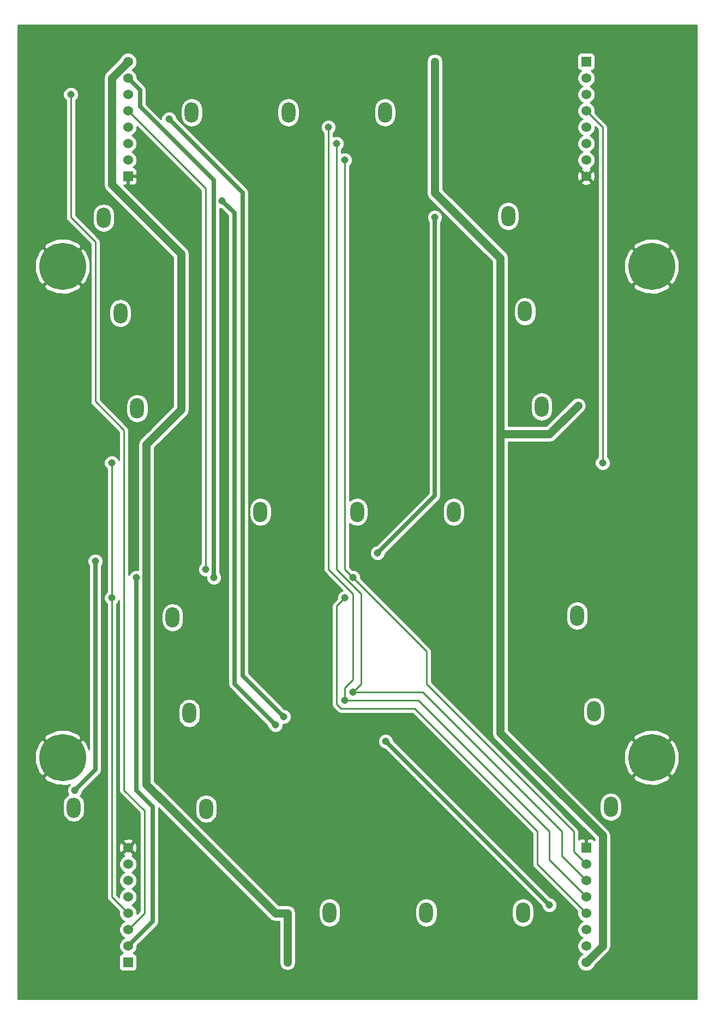
<source format=gbl>
G04 (created by PCBNEW (2013-07-07 BZR 4022)-stable) date 10/26/2014 6:34:32 PM*
%MOIN*%
G04 Gerber Fmt 3.4, Leading zero omitted, Abs format*
%FSLAX34Y34*%
G01*
G70*
G90*
G04 APERTURE LIST*
%ADD10C,0.01*%
%ADD11C,0.287402*%
%ADD12R,0.06X0.06*%
%ADD13C,0.06*%
%ADD14O,0.0847402X0.12411*%
%ADD15C,0.045*%
%ADD16C,0.025*%
%ADD17C,0.05*%
G04 APERTURE END LIST*
G54D10*
G54D11*
X39000Y15000D03*
X3000Y45000D03*
X3000Y15000D03*
X39000Y45000D03*
G54D12*
X35000Y57500D03*
G54D13*
X35000Y56500D03*
X35000Y55500D03*
X35000Y54500D03*
X35000Y53500D03*
X35000Y52500D03*
X35000Y51500D03*
X35000Y50500D03*
G54D12*
X7000Y50500D03*
G54D13*
X7000Y51500D03*
X7000Y52500D03*
X7000Y53500D03*
X7000Y54500D03*
X7000Y55500D03*
X7000Y56500D03*
X7000Y57500D03*
G54D12*
X35000Y9500D03*
G54D13*
X35000Y8500D03*
X35000Y7500D03*
X35000Y6500D03*
X35000Y5500D03*
X35000Y4500D03*
X35000Y3500D03*
X35000Y2500D03*
G54D12*
X7000Y2500D03*
G54D13*
X7000Y3500D03*
X7000Y4500D03*
X7000Y5500D03*
X7000Y6500D03*
X7000Y7500D03*
X7000Y8500D03*
X7000Y9500D03*
G54D14*
X30230Y48063D03*
X22704Y54394D03*
X16799Y54394D03*
X10893Y54394D03*
X7559Y36326D03*
X6534Y42141D03*
X3679Y11944D03*
X15094Y30004D03*
X21000Y30004D03*
X26906Y30004D03*
X5508Y47957D03*
X31256Y42247D03*
X32281Y36432D03*
X34444Y23660D03*
X35474Y17821D03*
X36503Y11983D03*
X31131Y5533D03*
X25225Y5533D03*
X19319Y5533D03*
X9722Y23553D03*
X10751Y17715D03*
X11781Y11877D03*
G54D15*
X19250Y53500D03*
X20250Y18500D03*
X19750Y52500D03*
X20750Y19000D03*
X36000Y33000D03*
X6000Y33000D03*
X6000Y24750D03*
X11750Y26500D03*
X20250Y24750D03*
X3500Y55500D03*
X20250Y51500D03*
X20750Y26000D03*
X16750Y21500D03*
X16750Y20750D03*
X16750Y22250D03*
X18250Y20750D03*
X17500Y20750D03*
X18250Y25750D03*
X3750Y14250D03*
X2250Y14250D03*
X2250Y15750D03*
X3750Y15750D03*
X2000Y15000D03*
X4000Y15000D03*
X3000Y14000D03*
X3000Y16000D03*
X3750Y44250D03*
X2250Y44250D03*
X2250Y45750D03*
X3750Y45750D03*
X2000Y45000D03*
X3000Y44000D03*
X4000Y45000D03*
X3000Y46000D03*
X38250Y14250D03*
X38250Y15750D03*
X39750Y15750D03*
X39750Y14250D03*
X38000Y15000D03*
X40000Y15000D03*
X39000Y14000D03*
X39000Y16000D03*
X39750Y44250D03*
X38250Y44250D03*
X38250Y45750D03*
X39750Y45750D03*
X40000Y45000D03*
X39000Y44000D03*
X38000Y45000D03*
X39000Y46000D03*
X12750Y49000D03*
X16000Y17000D03*
X3750Y13000D03*
X5000Y27000D03*
X22250Y27500D03*
X25750Y48000D03*
X9500Y54000D03*
X16500Y17500D03*
X22750Y16000D03*
X32750Y6000D03*
X12250Y26000D03*
X7500Y26000D03*
X8127Y30000D03*
X9750Y11750D03*
X16750Y2500D03*
X16750Y5500D03*
X25750Y57500D03*
X25750Y54500D03*
X29750Y30000D03*
X36000Y10250D03*
X34500Y36500D03*
X10250Y36250D03*
G54D10*
X20250Y18500D02*
X20250Y19250D01*
X19250Y26500D02*
X19250Y53500D01*
X20750Y25000D02*
X19250Y26500D01*
X20750Y19750D02*
X20750Y25000D01*
X20250Y19250D02*
X20750Y19750D01*
X32750Y10500D02*
X32750Y8750D01*
X20250Y18500D02*
X24750Y18500D01*
X24750Y18500D02*
X32750Y10500D01*
X32750Y8750D02*
X35000Y6500D01*
X20750Y19000D02*
X21250Y19500D01*
X21250Y25000D02*
X20750Y25500D01*
X21250Y19500D02*
X21250Y25000D01*
X19750Y26500D02*
X19750Y52500D01*
X20750Y25500D02*
X19750Y26500D01*
X33500Y10500D02*
X33500Y9000D01*
X25000Y19000D02*
X33500Y10500D01*
X20750Y19000D02*
X25000Y19000D01*
X33500Y9000D02*
X35000Y7500D01*
X6000Y24750D02*
X6000Y33000D01*
X36000Y53500D02*
X35000Y54500D01*
X36000Y33000D02*
X36000Y53500D01*
X7000Y5500D02*
X6000Y6500D01*
X6000Y6500D02*
X6000Y24750D01*
X7000Y54500D02*
X11750Y49750D01*
X11750Y49750D02*
X11750Y26500D01*
X19750Y18250D02*
X19750Y24250D01*
X32000Y8500D02*
X35000Y5500D01*
X19750Y18250D02*
X20000Y18000D01*
X20000Y18000D02*
X24500Y18000D01*
X24500Y18000D02*
X32000Y10500D01*
X32000Y10500D02*
X32000Y8500D01*
X19750Y24250D02*
X20250Y24750D01*
X7000Y4500D02*
X8000Y5500D01*
X3500Y48000D02*
X3500Y55500D01*
X5000Y46500D02*
X3500Y48000D01*
X5000Y36750D02*
X5000Y46500D01*
X6750Y35000D02*
X5000Y36750D01*
X6750Y13000D02*
X6750Y35000D01*
X8000Y11750D02*
X6750Y13000D01*
X8000Y5500D02*
X8000Y11750D01*
X20750Y26000D02*
X25250Y21500D01*
X25250Y21500D02*
X25250Y19500D01*
X20750Y26000D02*
X20250Y26500D01*
X20250Y26500D02*
X20250Y26750D01*
X20250Y26750D02*
X20250Y51500D01*
X34250Y10500D02*
X34250Y9250D01*
X34250Y10500D02*
X25250Y19500D01*
X34250Y9250D02*
X35000Y8500D01*
G54D16*
X16750Y22250D02*
X16750Y21500D01*
X17500Y20750D02*
X18250Y20750D01*
G54D17*
X3000Y15000D02*
X3750Y14250D01*
X2250Y14250D02*
X3000Y15000D01*
X3000Y15000D02*
X2250Y15750D01*
X3750Y15750D02*
X3000Y15000D01*
X3000Y15000D02*
X2000Y15000D01*
X4000Y15000D02*
X3000Y15000D01*
X3000Y15000D02*
X3000Y14000D01*
X3000Y16000D02*
X3000Y15000D01*
X3000Y45000D02*
X3750Y44250D01*
X2250Y44250D02*
X3000Y45000D01*
X3000Y45000D02*
X2250Y45750D01*
X3750Y45750D02*
X3000Y45000D01*
X3000Y45000D02*
X2000Y45000D01*
X3000Y44000D02*
X3000Y45000D01*
X3000Y45000D02*
X4000Y45000D01*
X3000Y46000D02*
X3000Y45000D01*
X39000Y15000D02*
X38250Y14250D01*
X39000Y15000D02*
X38250Y15750D01*
X39750Y15750D02*
X39000Y15000D01*
X39000Y15000D02*
X39750Y14250D01*
X38000Y15000D02*
X39000Y15000D01*
X39000Y15000D02*
X40000Y15000D01*
X39000Y14000D02*
X39000Y15000D01*
X39000Y15000D02*
X39000Y16000D01*
X39750Y44250D02*
X39000Y45000D01*
X38250Y44250D02*
X39000Y45000D01*
X39000Y45000D02*
X38250Y45750D01*
X39750Y45750D02*
X39000Y45000D01*
X39000Y45000D02*
X40000Y45000D01*
X39000Y45000D02*
X39000Y44000D01*
X38000Y45000D02*
X39000Y45000D01*
X39000Y46000D02*
X39000Y45000D01*
G54D16*
X13500Y19500D02*
X13500Y48250D01*
X13500Y48250D02*
X12750Y49000D01*
X16000Y17000D02*
X13500Y19500D01*
X5000Y14250D02*
X3750Y13000D01*
X5000Y14250D02*
X5000Y27000D01*
X22250Y27500D02*
X25750Y31000D01*
X25750Y31000D02*
X25750Y48000D01*
X14000Y49500D02*
X14000Y20000D01*
X14000Y49500D02*
X9500Y54000D01*
X16500Y17500D02*
X14000Y20000D01*
X32750Y6000D02*
X22750Y16000D01*
X12250Y26000D02*
X12250Y50250D01*
X7750Y55750D02*
X7000Y56500D01*
X7750Y54750D02*
X7750Y55750D01*
X12250Y50250D02*
X7750Y54750D01*
X7500Y26000D02*
X7500Y13000D01*
X8500Y5000D02*
X7000Y3500D01*
X8500Y12000D02*
X7500Y13000D01*
X8500Y5000D02*
X8500Y12000D01*
G54D17*
X9750Y11750D02*
X8127Y13372D01*
X8127Y34127D02*
X10250Y36250D01*
X8127Y13372D02*
X8127Y30000D01*
X8127Y30000D02*
X8127Y34127D01*
X16000Y5500D02*
X16750Y5500D01*
X9750Y11750D02*
X16000Y5500D01*
X16750Y5500D02*
X16750Y2500D01*
X25750Y54500D02*
X25750Y57500D01*
X25750Y49500D02*
X25750Y54500D01*
X25750Y49500D02*
X29750Y45500D01*
X29750Y34750D02*
X29750Y45500D01*
X29750Y34750D02*
X32750Y34750D01*
X32750Y34750D02*
X34500Y36500D01*
X36000Y3500D02*
X35000Y2500D01*
X36000Y10250D02*
X36000Y3500D01*
X29750Y16500D02*
X36000Y10250D01*
X29750Y34750D02*
X29750Y30000D01*
X29750Y30000D02*
X29750Y16500D01*
X10250Y36250D02*
X10250Y45750D01*
X10250Y45750D02*
X6000Y50000D01*
X6000Y50000D02*
X6000Y56500D01*
X6000Y56500D02*
X7000Y57500D01*
G54D10*
G36*
X7700Y5624D02*
X7554Y5479D01*
X7554Y9418D01*
X7543Y9636D01*
X7481Y9787D01*
X7385Y9815D01*
X7315Y9744D01*
X7315Y9885D01*
X7287Y9981D01*
X7081Y10054D01*
X6863Y10043D01*
X6712Y9981D01*
X6684Y9885D01*
X7000Y9570D01*
X7315Y9885D01*
X7315Y9744D01*
X7070Y9500D01*
X7385Y9184D01*
X7481Y9212D01*
X7554Y9418D01*
X7554Y5479D01*
X7549Y5474D01*
X7550Y5608D01*
X7466Y5811D01*
X7311Y5965D01*
X7230Y5999D01*
X7311Y6033D01*
X7465Y6188D01*
X7549Y6390D01*
X7550Y6608D01*
X7466Y6811D01*
X7311Y6965D01*
X7230Y6999D01*
X7311Y7033D01*
X7465Y7188D01*
X7549Y7390D01*
X7550Y7608D01*
X7466Y7811D01*
X7311Y7965D01*
X7230Y7999D01*
X7311Y8033D01*
X7465Y8188D01*
X7549Y8390D01*
X7550Y8608D01*
X7466Y8811D01*
X7311Y8965D01*
X7236Y8997D01*
X7287Y9018D01*
X7315Y9114D01*
X7000Y9429D01*
X6929Y9358D01*
X6929Y9500D01*
X6614Y9815D01*
X6518Y9787D01*
X6445Y9581D01*
X6456Y9363D01*
X6518Y9212D01*
X6614Y9184D01*
X6929Y9500D01*
X6929Y9358D01*
X6684Y9114D01*
X6712Y9018D01*
X6767Y8999D01*
X6688Y8966D01*
X6534Y8811D01*
X6450Y8609D01*
X6449Y8391D01*
X6533Y8188D01*
X6688Y8034D01*
X6769Y8000D01*
X6688Y7966D01*
X6534Y7811D01*
X6450Y7609D01*
X6449Y7391D01*
X6533Y7188D01*
X6688Y7034D01*
X6769Y7000D01*
X6688Y6966D01*
X6534Y6811D01*
X6450Y6609D01*
X6449Y6474D01*
X6300Y6624D01*
X6300Y24378D01*
X6402Y24480D01*
X6450Y24595D01*
X6450Y13000D01*
X6472Y12885D01*
X6537Y12787D01*
X7700Y11625D01*
X7700Y5624D01*
X7700Y5624D01*
G37*
X7700Y5624D02*
X7554Y5479D01*
X7554Y9418D01*
X7543Y9636D01*
X7481Y9787D01*
X7385Y9815D01*
X7315Y9744D01*
X7315Y9885D01*
X7287Y9981D01*
X7081Y10054D01*
X6863Y10043D01*
X6712Y9981D01*
X6684Y9885D01*
X7000Y9570D01*
X7315Y9885D01*
X7315Y9744D01*
X7070Y9500D01*
X7385Y9184D01*
X7481Y9212D01*
X7554Y9418D01*
X7554Y5479D01*
X7549Y5474D01*
X7550Y5608D01*
X7466Y5811D01*
X7311Y5965D01*
X7230Y5999D01*
X7311Y6033D01*
X7465Y6188D01*
X7549Y6390D01*
X7550Y6608D01*
X7466Y6811D01*
X7311Y6965D01*
X7230Y6999D01*
X7311Y7033D01*
X7465Y7188D01*
X7549Y7390D01*
X7550Y7608D01*
X7466Y7811D01*
X7311Y7965D01*
X7230Y7999D01*
X7311Y8033D01*
X7465Y8188D01*
X7549Y8390D01*
X7550Y8608D01*
X7466Y8811D01*
X7311Y8965D01*
X7236Y8997D01*
X7287Y9018D01*
X7315Y9114D01*
X7000Y9429D01*
X6929Y9358D01*
X6929Y9500D01*
X6614Y9815D01*
X6518Y9787D01*
X6445Y9581D01*
X6456Y9363D01*
X6518Y9212D01*
X6614Y9184D01*
X6929Y9500D01*
X6929Y9358D01*
X6684Y9114D01*
X6712Y9018D01*
X6767Y8999D01*
X6688Y8966D01*
X6534Y8811D01*
X6450Y8609D01*
X6449Y8391D01*
X6533Y8188D01*
X6688Y8034D01*
X6769Y8000D01*
X6688Y7966D01*
X6534Y7811D01*
X6450Y7609D01*
X6449Y7391D01*
X6533Y7188D01*
X6688Y7034D01*
X6769Y7000D01*
X6688Y6966D01*
X6534Y6811D01*
X6450Y6609D01*
X6449Y6474D01*
X6300Y6624D01*
X6300Y24378D01*
X6402Y24480D01*
X6450Y24595D01*
X6450Y13000D01*
X6472Y12885D01*
X6537Y12787D01*
X7700Y11625D01*
X7700Y5624D01*
G36*
X41730Y269D02*
X40690Y269D01*
X40690Y15318D01*
X40690Y45318D01*
X40439Y45940D01*
X40420Y45970D01*
X40206Y46136D01*
X40136Y46065D01*
X40136Y46206D01*
X39970Y46420D01*
X39352Y46683D01*
X38681Y46690D01*
X38059Y46439D01*
X38029Y46420D01*
X37863Y46206D01*
X39000Y45070D01*
X40136Y46206D01*
X40136Y46065D01*
X39070Y45000D01*
X40206Y43863D01*
X40420Y44029D01*
X40683Y44647D01*
X40690Y45318D01*
X40690Y15318D01*
X40439Y15940D01*
X40420Y15970D01*
X40206Y16136D01*
X40136Y16065D01*
X40136Y16206D01*
X40136Y43793D01*
X39000Y44929D01*
X38929Y44858D01*
X38929Y45000D01*
X37793Y46136D01*
X37579Y45970D01*
X37316Y45352D01*
X37309Y44681D01*
X37560Y44059D01*
X37579Y44029D01*
X37793Y43863D01*
X38929Y45000D01*
X38929Y44858D01*
X37863Y43793D01*
X38029Y43579D01*
X38647Y43316D01*
X39318Y43309D01*
X39940Y43560D01*
X39970Y43579D01*
X40136Y43793D01*
X40136Y16206D01*
X39970Y16420D01*
X39352Y16683D01*
X38681Y16690D01*
X38059Y16439D01*
X38029Y16420D01*
X37863Y16206D01*
X39000Y15070D01*
X40136Y16206D01*
X40136Y16065D01*
X39070Y15000D01*
X40206Y13863D01*
X40420Y14029D01*
X40683Y14647D01*
X40690Y15318D01*
X40690Y269D01*
X40136Y269D01*
X40136Y13793D01*
X39000Y14929D01*
X38929Y14858D01*
X38929Y15000D01*
X37793Y16136D01*
X37579Y15970D01*
X37316Y15352D01*
X37309Y14681D01*
X37560Y14059D01*
X37579Y14029D01*
X37793Y13863D01*
X38929Y15000D01*
X38929Y14858D01*
X37863Y13793D01*
X38029Y13579D01*
X38647Y13316D01*
X39318Y13309D01*
X39940Y13560D01*
X39970Y13579D01*
X40136Y13793D01*
X40136Y269D01*
X37177Y269D01*
X37177Y11769D01*
X37177Y12197D01*
X37125Y12455D01*
X36979Y12673D01*
X36761Y12819D01*
X36503Y12871D01*
X36475Y12865D01*
X36475Y33094D01*
X36402Y33268D01*
X36300Y33371D01*
X36300Y53500D01*
X36277Y53614D01*
X36212Y53712D01*
X36212Y53712D01*
X35545Y54378D01*
X35549Y54390D01*
X35550Y54608D01*
X35466Y54811D01*
X35311Y54965D01*
X35230Y54999D01*
X35311Y55033D01*
X35465Y55188D01*
X35549Y55390D01*
X35550Y55608D01*
X35466Y55811D01*
X35311Y55965D01*
X35230Y55999D01*
X35311Y56033D01*
X35465Y56188D01*
X35549Y56390D01*
X35550Y56608D01*
X35466Y56811D01*
X35327Y56949D01*
X35349Y56949D01*
X35441Y56987D01*
X35511Y57058D01*
X35549Y57150D01*
X35550Y57249D01*
X35550Y57849D01*
X35512Y57941D01*
X35441Y58011D01*
X35349Y58049D01*
X35250Y58050D01*
X34650Y58050D01*
X34558Y58012D01*
X34488Y57941D01*
X34450Y57849D01*
X34449Y57750D01*
X34449Y57150D01*
X34487Y57058D01*
X34558Y56988D01*
X34650Y56950D01*
X34672Y56950D01*
X34534Y56811D01*
X34450Y56609D01*
X34449Y56391D01*
X34533Y56188D01*
X34688Y56034D01*
X34769Y56000D01*
X34688Y55966D01*
X34534Y55811D01*
X34450Y55609D01*
X34449Y55391D01*
X34533Y55188D01*
X34688Y55034D01*
X34769Y55000D01*
X34688Y54966D01*
X34534Y54811D01*
X34450Y54609D01*
X34449Y54391D01*
X34533Y54188D01*
X34688Y54034D01*
X34769Y54000D01*
X34688Y53966D01*
X34534Y53811D01*
X34450Y53609D01*
X34449Y53391D01*
X34533Y53188D01*
X34688Y53034D01*
X34769Y53000D01*
X34688Y52966D01*
X34534Y52811D01*
X34450Y52609D01*
X34449Y52391D01*
X34533Y52188D01*
X34688Y52034D01*
X34769Y52000D01*
X34688Y51966D01*
X34534Y51811D01*
X34450Y51609D01*
X34449Y51391D01*
X34533Y51188D01*
X34688Y51034D01*
X34763Y51002D01*
X34712Y50981D01*
X34684Y50885D01*
X35000Y50570D01*
X35315Y50885D01*
X35287Y50981D01*
X35232Y51000D01*
X35311Y51033D01*
X35465Y51188D01*
X35549Y51390D01*
X35550Y51608D01*
X35466Y51811D01*
X35311Y51965D01*
X35230Y51999D01*
X35311Y52033D01*
X35465Y52188D01*
X35549Y52390D01*
X35550Y52608D01*
X35466Y52811D01*
X35311Y52965D01*
X35230Y52999D01*
X35311Y53033D01*
X35465Y53188D01*
X35549Y53390D01*
X35550Y53525D01*
X35700Y53375D01*
X35700Y33371D01*
X35597Y33269D01*
X35554Y33166D01*
X35554Y50418D01*
X35543Y50636D01*
X35481Y50787D01*
X35385Y50815D01*
X35070Y50500D01*
X35385Y50184D01*
X35481Y50212D01*
X35554Y50418D01*
X35554Y33166D01*
X35525Y33094D01*
X35524Y32905D01*
X35597Y32731D01*
X35730Y32597D01*
X35905Y32525D01*
X36094Y32524D01*
X36268Y32597D01*
X36402Y32730D01*
X36474Y32905D01*
X36475Y33094D01*
X36475Y12865D01*
X36245Y12819D01*
X36147Y12754D01*
X36147Y17607D01*
X36147Y18035D01*
X36096Y18293D01*
X35950Y18512D01*
X35731Y18658D01*
X35474Y18709D01*
X35315Y18677D01*
X35315Y50114D01*
X35000Y50429D01*
X34929Y50358D01*
X34929Y50500D01*
X34614Y50815D01*
X34518Y50787D01*
X34445Y50581D01*
X34456Y50363D01*
X34518Y50212D01*
X34614Y50184D01*
X34929Y50500D01*
X34929Y50358D01*
X34684Y50114D01*
X34712Y50018D01*
X34918Y49945D01*
X35136Y49956D01*
X35287Y50018D01*
X35315Y50114D01*
X35315Y18677D01*
X35216Y18658D01*
X35118Y18592D01*
X35118Y23446D01*
X35118Y23873D01*
X35067Y24131D01*
X34921Y24350D01*
X34702Y24496D01*
X34444Y24547D01*
X34186Y24496D01*
X33968Y24350D01*
X33822Y24131D01*
X33770Y23873D01*
X33770Y23446D01*
X33822Y23188D01*
X33968Y22969D01*
X34186Y22823D01*
X34444Y22772D01*
X34702Y22823D01*
X34921Y22969D01*
X35067Y23188D01*
X35118Y23446D01*
X35118Y18592D01*
X34997Y18512D01*
X34851Y18293D01*
X34800Y18035D01*
X34800Y17607D01*
X34851Y17350D01*
X34997Y17131D01*
X35216Y16985D01*
X35474Y16934D01*
X35731Y16985D01*
X35950Y17131D01*
X36096Y17350D01*
X36147Y17607D01*
X36147Y12754D01*
X36027Y12673D01*
X35881Y12455D01*
X35829Y12197D01*
X35829Y11769D01*
X35881Y11511D01*
X36027Y11293D01*
X36245Y11147D01*
X36503Y11096D01*
X36761Y11147D01*
X36979Y11293D01*
X37125Y11511D01*
X37177Y11769D01*
X37177Y269D01*
X36500Y269D01*
X36500Y3500D01*
X36500Y10250D01*
X36461Y10441D01*
X36353Y10603D01*
X36353Y10603D01*
X30250Y16707D01*
X30250Y30000D01*
X30250Y34250D01*
X32749Y34250D01*
X32750Y34249D01*
X32750Y34250D01*
X32941Y34288D01*
X33103Y34396D01*
X34853Y36146D01*
X34961Y36308D01*
X35000Y36500D01*
X34961Y36691D01*
X34853Y36853D01*
X34691Y36961D01*
X34500Y37000D01*
X34308Y36961D01*
X34146Y36853D01*
X32955Y35662D01*
X32955Y36218D01*
X32955Y36646D01*
X32904Y36903D01*
X32758Y37122D01*
X32539Y37268D01*
X32281Y37319D01*
X32023Y37268D01*
X31930Y37205D01*
X31930Y42033D01*
X31930Y42461D01*
X31878Y42719D01*
X31732Y42938D01*
X31514Y43084D01*
X31256Y43135D01*
X30998Y43084D01*
X30904Y43021D01*
X30904Y47849D01*
X30904Y48277D01*
X30853Y48535D01*
X30707Y48753D01*
X30488Y48899D01*
X30230Y48951D01*
X29973Y48899D01*
X29754Y48753D01*
X29608Y48535D01*
X29557Y48277D01*
X29557Y47849D01*
X29608Y47591D01*
X29754Y47373D01*
X29973Y47227D01*
X30230Y47175D01*
X30488Y47227D01*
X30707Y47373D01*
X30853Y47591D01*
X30904Y47849D01*
X30904Y43021D01*
X30779Y42938D01*
X30633Y42719D01*
X30582Y42461D01*
X30582Y42033D01*
X30633Y41776D01*
X30779Y41557D01*
X30998Y41411D01*
X31256Y41360D01*
X31514Y41411D01*
X31732Y41557D01*
X31878Y41776D01*
X31930Y42033D01*
X31930Y37205D01*
X31805Y37122D01*
X31659Y36903D01*
X31608Y36646D01*
X31608Y36218D01*
X31659Y35960D01*
X31805Y35741D01*
X32023Y35595D01*
X32281Y35544D01*
X32539Y35595D01*
X32758Y35741D01*
X32904Y35960D01*
X32955Y36218D01*
X32955Y35662D01*
X32542Y35250D01*
X30250Y35250D01*
X30250Y45500D01*
X30249Y45500D01*
X30250Y45500D01*
X30243Y45531D01*
X30211Y45691D01*
X30103Y45853D01*
X30103Y45853D01*
X26250Y49707D01*
X26250Y54500D01*
X26250Y57500D01*
X26211Y57691D01*
X26103Y57853D01*
X25941Y57961D01*
X25750Y58000D01*
X25558Y57961D01*
X25396Y57853D01*
X25288Y57691D01*
X25250Y57500D01*
X25250Y54500D01*
X25250Y49500D01*
X25249Y49500D01*
X25288Y49308D01*
X25396Y49146D01*
X29250Y45292D01*
X29250Y34750D01*
X29250Y30000D01*
X29250Y16500D01*
X29249Y16500D01*
X29288Y16308D01*
X29396Y16146D01*
X35500Y10042D01*
X35500Y9953D01*
X35441Y10011D01*
X35349Y10049D01*
X35250Y10050D01*
X35112Y10050D01*
X35050Y9987D01*
X35050Y9550D01*
X35057Y9550D01*
X35057Y9450D01*
X35050Y9450D01*
X35050Y9442D01*
X34950Y9442D01*
X34950Y9450D01*
X34942Y9450D01*
X34942Y9550D01*
X34950Y9550D01*
X34950Y9987D01*
X34887Y10050D01*
X34749Y10050D01*
X34650Y10049D01*
X34558Y10011D01*
X34550Y10003D01*
X34550Y10500D01*
X34527Y10614D01*
X34527Y10614D01*
X34462Y10712D01*
X27579Y17594D01*
X27579Y29790D01*
X27579Y30218D01*
X27528Y30476D01*
X27382Y30694D01*
X27163Y30840D01*
X26906Y30892D01*
X26648Y30840D01*
X26429Y30694D01*
X26283Y30476D01*
X26232Y30218D01*
X26232Y29790D01*
X26283Y29532D01*
X26429Y29314D01*
X26648Y29168D01*
X26906Y29116D01*
X27163Y29168D01*
X27382Y29314D01*
X27528Y29532D01*
X27579Y29790D01*
X27579Y17594D01*
X26225Y18949D01*
X26225Y48094D01*
X26152Y48268D01*
X26019Y48402D01*
X25844Y48474D01*
X25655Y48475D01*
X25481Y48402D01*
X25347Y48269D01*
X25275Y48094D01*
X25274Y47905D01*
X25347Y47731D01*
X25375Y47703D01*
X25375Y31155D01*
X23378Y29158D01*
X23378Y54180D01*
X23378Y54607D01*
X23326Y54865D01*
X23180Y55084D01*
X22962Y55230D01*
X22704Y55281D01*
X22446Y55230D01*
X22228Y55084D01*
X22082Y54865D01*
X22030Y54607D01*
X22030Y54180D01*
X22082Y53922D01*
X22228Y53703D01*
X22446Y53557D01*
X22704Y53506D01*
X22962Y53557D01*
X23180Y53703D01*
X23326Y53922D01*
X23378Y54180D01*
X23378Y29158D01*
X22194Y27975D01*
X22155Y27975D01*
X21981Y27902D01*
X21847Y27769D01*
X21775Y27594D01*
X21774Y27405D01*
X21847Y27231D01*
X21980Y27097D01*
X22155Y27025D01*
X22344Y27024D01*
X22518Y27097D01*
X22652Y27230D01*
X22724Y27405D01*
X22724Y27444D01*
X26015Y30734D01*
X26015Y30734D01*
X26096Y30856D01*
X26124Y31000D01*
X26125Y31000D01*
X26125Y47703D01*
X26152Y47730D01*
X26224Y47905D01*
X26225Y48094D01*
X26225Y18949D01*
X25550Y19624D01*
X25550Y21500D01*
X25527Y21614D01*
X25527Y21614D01*
X25462Y21712D01*
X21224Y25949D01*
X21225Y26094D01*
X21152Y26268D01*
X21019Y26402D01*
X20844Y26474D01*
X20699Y26475D01*
X20550Y26624D01*
X20550Y26750D01*
X20550Y29296D01*
X20742Y29168D01*
X21000Y29116D01*
X21257Y29168D01*
X21476Y29314D01*
X21622Y29532D01*
X21673Y29790D01*
X21673Y30218D01*
X21622Y30476D01*
X21476Y30694D01*
X21257Y30840D01*
X21000Y30892D01*
X20742Y30840D01*
X20550Y30712D01*
X20550Y51128D01*
X20652Y51230D01*
X20724Y51405D01*
X20725Y51594D01*
X20652Y51768D01*
X20519Y51902D01*
X20344Y51974D01*
X20155Y51975D01*
X20050Y51931D01*
X20050Y52128D01*
X20152Y52230D01*
X20224Y52405D01*
X20225Y52594D01*
X20152Y52768D01*
X20019Y52902D01*
X19844Y52974D01*
X19655Y52975D01*
X19550Y52931D01*
X19550Y53128D01*
X19652Y53230D01*
X19724Y53405D01*
X19725Y53594D01*
X19652Y53768D01*
X19519Y53902D01*
X19344Y53974D01*
X19155Y53975D01*
X18981Y53902D01*
X18847Y53769D01*
X18775Y53594D01*
X18774Y53405D01*
X18847Y53231D01*
X18950Y53128D01*
X18950Y26500D01*
X18972Y26385D01*
X19037Y26287D01*
X20116Y25208D01*
X19981Y25152D01*
X19847Y25019D01*
X19775Y24844D01*
X19774Y24699D01*
X19537Y24462D01*
X19472Y24364D01*
X19450Y24250D01*
X19450Y18250D01*
X19472Y18135D01*
X19537Y18037D01*
X19787Y17787D01*
X19787Y17787D01*
X19885Y17722D01*
X20000Y17700D01*
X24375Y17700D01*
X31700Y10375D01*
X31700Y8500D01*
X31722Y8385D01*
X31787Y8287D01*
X34454Y5621D01*
X34450Y5609D01*
X34449Y5391D01*
X34533Y5188D01*
X34688Y5034D01*
X34769Y5000D01*
X34688Y4966D01*
X34534Y4811D01*
X34450Y4609D01*
X34449Y4391D01*
X34533Y4188D01*
X34688Y4034D01*
X34769Y4000D01*
X34688Y3966D01*
X34534Y3811D01*
X34450Y3609D01*
X34449Y3391D01*
X34533Y3188D01*
X34688Y3034D01*
X34769Y3000D01*
X34688Y2966D01*
X34534Y2811D01*
X34450Y2609D01*
X34449Y2391D01*
X34533Y2188D01*
X34688Y2034D01*
X34890Y1950D01*
X35108Y1949D01*
X35311Y2033D01*
X35465Y2188D01*
X35516Y2309D01*
X36353Y3146D01*
X36353Y3146D01*
X36353Y3146D01*
X36461Y3308D01*
X36500Y3500D01*
X36500Y269D01*
X33225Y269D01*
X33225Y6094D01*
X33152Y6268D01*
X33019Y6402D01*
X32844Y6474D01*
X32805Y6474D01*
X23225Y16055D01*
X23225Y16094D01*
X23152Y16268D01*
X23019Y16402D01*
X22844Y16474D01*
X22655Y16475D01*
X22481Y16402D01*
X22347Y16269D01*
X22275Y16094D01*
X22274Y15905D01*
X22347Y15731D01*
X22480Y15597D01*
X22655Y15525D01*
X22694Y15525D01*
X32274Y5944D01*
X32274Y5905D01*
X32347Y5731D01*
X32480Y5597D01*
X32655Y5525D01*
X32844Y5524D01*
X33018Y5597D01*
X33152Y5730D01*
X33224Y5905D01*
X33225Y6094D01*
X33225Y269D01*
X31805Y269D01*
X31805Y5319D01*
X31805Y5747D01*
X31754Y6004D01*
X31608Y6223D01*
X31389Y6369D01*
X31131Y6420D01*
X30873Y6369D01*
X30655Y6223D01*
X30509Y6004D01*
X30458Y5747D01*
X30458Y5319D01*
X30509Y5061D01*
X30655Y4842D01*
X30873Y4696D01*
X31131Y4645D01*
X31389Y4696D01*
X31608Y4842D01*
X31754Y5061D01*
X31805Y5319D01*
X31805Y269D01*
X25899Y269D01*
X25899Y5319D01*
X25899Y5747D01*
X25848Y6004D01*
X25702Y6223D01*
X25483Y6369D01*
X25225Y6420D01*
X24968Y6369D01*
X24749Y6223D01*
X24603Y6004D01*
X24552Y5747D01*
X24552Y5319D01*
X24603Y5061D01*
X24749Y4842D01*
X24968Y4696D01*
X25225Y4645D01*
X25483Y4696D01*
X25702Y4842D01*
X25848Y5061D01*
X25899Y5319D01*
X25899Y269D01*
X19993Y269D01*
X19993Y5319D01*
X19993Y5747D01*
X19942Y6004D01*
X19796Y6223D01*
X19577Y6369D01*
X19319Y6420D01*
X19062Y6369D01*
X18843Y6223D01*
X18697Y6004D01*
X18646Y5747D01*
X18646Y5319D01*
X18697Y5061D01*
X18843Y4842D01*
X19062Y4696D01*
X19319Y4645D01*
X19577Y4696D01*
X19796Y4842D01*
X19942Y5061D01*
X19993Y5319D01*
X19993Y269D01*
X17472Y269D01*
X17472Y54180D01*
X17472Y54607D01*
X17421Y54865D01*
X17275Y55084D01*
X17056Y55230D01*
X16799Y55281D01*
X16541Y55230D01*
X16322Y55084D01*
X16176Y54865D01*
X16125Y54607D01*
X16125Y54180D01*
X16176Y53922D01*
X16322Y53703D01*
X16541Y53557D01*
X16799Y53506D01*
X17056Y53557D01*
X17275Y53703D01*
X17421Y53922D01*
X17472Y54180D01*
X17472Y269D01*
X17250Y269D01*
X17250Y2500D01*
X17250Y5500D01*
X17211Y5691D01*
X17103Y5853D01*
X16941Y5961D01*
X16750Y6000D01*
X16207Y6000D01*
X12454Y9752D01*
X12454Y11663D01*
X12454Y12091D01*
X12403Y12349D01*
X12257Y12567D01*
X12039Y12713D01*
X11781Y12765D01*
X11523Y12713D01*
X11425Y12648D01*
X11425Y17501D01*
X11425Y17929D01*
X11374Y18187D01*
X11228Y18406D01*
X11009Y18552D01*
X10751Y18603D01*
X10493Y18552D01*
X10396Y18486D01*
X10396Y23340D01*
X10396Y23767D01*
X10344Y24025D01*
X10198Y24244D01*
X9980Y24390D01*
X9722Y24441D01*
X9464Y24390D01*
X9245Y24244D01*
X9099Y24025D01*
X9048Y23767D01*
X9048Y23340D01*
X9099Y23082D01*
X9245Y22863D01*
X9464Y22717D01*
X9722Y22666D01*
X9980Y22717D01*
X10198Y22863D01*
X10344Y23082D01*
X10396Y23340D01*
X10396Y18486D01*
X10275Y18406D01*
X10129Y18187D01*
X10078Y17929D01*
X10078Y17501D01*
X10129Y17244D01*
X10275Y17025D01*
X10493Y16879D01*
X10751Y16828D01*
X11009Y16879D01*
X11228Y17025D01*
X11374Y17244D01*
X11425Y17501D01*
X11425Y12648D01*
X11304Y12567D01*
X11158Y12349D01*
X11107Y12091D01*
X11107Y11663D01*
X11158Y11405D01*
X11304Y11187D01*
X11523Y11041D01*
X11781Y10989D01*
X12039Y11041D01*
X12257Y11187D01*
X12403Y11405D01*
X12454Y11663D01*
X12454Y9752D01*
X10103Y12103D01*
X10103Y12103D01*
X8627Y13579D01*
X8627Y30000D01*
X8627Y33920D01*
X10603Y35896D01*
X10603Y35896D01*
X10603Y35896D01*
X10711Y36058D01*
X10750Y36250D01*
X10750Y45750D01*
X10711Y45941D01*
X10603Y46103D01*
X10603Y46103D01*
X7550Y49157D01*
X7550Y50150D01*
X7550Y50387D01*
X7487Y50450D01*
X7050Y50450D01*
X7050Y50012D01*
X7112Y49950D01*
X7250Y49949D01*
X7349Y49950D01*
X7441Y49988D01*
X7512Y50058D01*
X7550Y50150D01*
X7550Y49157D01*
X6757Y49949D01*
X6887Y49950D01*
X6950Y50012D01*
X6950Y50450D01*
X6942Y50450D01*
X6942Y50550D01*
X6950Y50550D01*
X6950Y50557D01*
X7050Y50557D01*
X7050Y50550D01*
X7487Y50550D01*
X7550Y50612D01*
X7550Y50849D01*
X7512Y50941D01*
X7441Y51011D01*
X7349Y51049D01*
X7327Y51049D01*
X7465Y51188D01*
X7549Y51390D01*
X7550Y51608D01*
X7466Y51811D01*
X7311Y51965D01*
X7230Y51999D01*
X7311Y52033D01*
X7465Y52188D01*
X7549Y52390D01*
X7550Y52608D01*
X7466Y52811D01*
X7311Y52965D01*
X7230Y52999D01*
X7311Y53033D01*
X7465Y53188D01*
X7549Y53390D01*
X7550Y53525D01*
X11450Y49625D01*
X11450Y26871D01*
X11347Y26769D01*
X11275Y26594D01*
X11274Y26405D01*
X11347Y26231D01*
X11480Y26097D01*
X11655Y26025D01*
X11775Y26024D01*
X11774Y25905D01*
X11847Y25731D01*
X11980Y25597D01*
X12155Y25525D01*
X12344Y25524D01*
X12518Y25597D01*
X12652Y25730D01*
X12724Y25905D01*
X12725Y26094D01*
X12652Y26268D01*
X12625Y26296D01*
X12625Y48537D01*
X12655Y48525D01*
X12694Y48525D01*
X13125Y48094D01*
X13125Y19500D01*
X13153Y19356D01*
X13234Y19234D01*
X15524Y16944D01*
X15524Y16905D01*
X15597Y16731D01*
X15730Y16597D01*
X15905Y16525D01*
X16094Y16524D01*
X16268Y16597D01*
X16402Y16730D01*
X16474Y16905D01*
X16475Y17025D01*
X16594Y17024D01*
X16768Y17097D01*
X16902Y17230D01*
X16974Y17405D01*
X16975Y17594D01*
X16902Y17768D01*
X16769Y17902D01*
X16594Y17974D01*
X16555Y17974D01*
X15767Y18762D01*
X15767Y29790D01*
X15767Y30218D01*
X15716Y30476D01*
X15570Y30694D01*
X15351Y30840D01*
X15094Y30892D01*
X14836Y30840D01*
X14617Y30694D01*
X14471Y30476D01*
X14420Y30218D01*
X14420Y29790D01*
X14471Y29532D01*
X14617Y29314D01*
X14836Y29168D01*
X15094Y29116D01*
X15351Y29168D01*
X15570Y29314D01*
X15716Y29532D01*
X15767Y29790D01*
X15767Y18762D01*
X14375Y20155D01*
X14375Y49500D01*
X14346Y49643D01*
X14265Y49765D01*
X11567Y52462D01*
X11567Y54180D01*
X11567Y54607D01*
X11516Y54865D01*
X11370Y55084D01*
X11151Y55230D01*
X10893Y55281D01*
X10636Y55230D01*
X10417Y55084D01*
X10271Y54865D01*
X10220Y54607D01*
X10220Y54180D01*
X10271Y53922D01*
X10417Y53703D01*
X10636Y53557D01*
X10893Y53506D01*
X11151Y53557D01*
X11370Y53703D01*
X11516Y53922D01*
X11567Y54180D01*
X11567Y52462D01*
X9975Y54055D01*
X9975Y54094D01*
X9902Y54268D01*
X9769Y54402D01*
X9594Y54474D01*
X9405Y54475D01*
X9231Y54402D01*
X9097Y54269D01*
X9025Y54094D01*
X9025Y54005D01*
X8125Y54905D01*
X8125Y55750D01*
X8124Y55750D01*
X8096Y55893D01*
X8015Y56015D01*
X8015Y56015D01*
X7549Y56480D01*
X7550Y56608D01*
X7466Y56811D01*
X7311Y56965D01*
X7230Y56999D01*
X7311Y57033D01*
X7465Y57188D01*
X7549Y57390D01*
X7550Y57608D01*
X7466Y57811D01*
X7311Y57965D01*
X7109Y58049D01*
X6891Y58050D01*
X6688Y57966D01*
X6534Y57811D01*
X6483Y57690D01*
X5646Y56853D01*
X5538Y56691D01*
X5499Y56500D01*
X5500Y56499D01*
X5500Y50000D01*
X5499Y50000D01*
X5538Y49808D01*
X5646Y49646D01*
X9750Y45542D01*
X9750Y36457D01*
X8233Y34940D01*
X8233Y36112D01*
X8233Y36540D01*
X8181Y36797D01*
X8035Y37016D01*
X7817Y37162D01*
X7559Y37213D01*
X7301Y37162D01*
X7207Y37099D01*
X7207Y41927D01*
X7207Y42355D01*
X7156Y42613D01*
X7010Y42831D01*
X6791Y42978D01*
X6534Y43029D01*
X6276Y42978D01*
X6182Y42915D01*
X6182Y47743D01*
X6182Y48171D01*
X6130Y48428D01*
X5984Y48647D01*
X5766Y48793D01*
X5508Y48844D01*
X5250Y48793D01*
X5032Y48647D01*
X4886Y48428D01*
X4834Y48171D01*
X4834Y47743D01*
X4886Y47485D01*
X5032Y47266D01*
X5250Y47120D01*
X5508Y47069D01*
X5766Y47120D01*
X5984Y47266D01*
X6130Y47485D01*
X6182Y47743D01*
X6182Y42915D01*
X6057Y42831D01*
X5911Y42613D01*
X5860Y42355D01*
X5860Y41927D01*
X5911Y41669D01*
X6057Y41451D01*
X6276Y41305D01*
X6534Y41254D01*
X6791Y41305D01*
X7010Y41451D01*
X7156Y41669D01*
X7207Y41927D01*
X7207Y37099D01*
X7083Y37016D01*
X6937Y36797D01*
X6885Y36540D01*
X6885Y36112D01*
X6937Y35854D01*
X7083Y35635D01*
X7301Y35489D01*
X7559Y35438D01*
X7817Y35489D01*
X8035Y35635D01*
X8181Y35854D01*
X8233Y36112D01*
X8233Y34940D01*
X7773Y34481D01*
X7665Y34318D01*
X7627Y34127D01*
X7627Y34127D01*
X7627Y30000D01*
X7627Y26461D01*
X7594Y26474D01*
X7405Y26475D01*
X7231Y26402D01*
X7097Y26269D01*
X7050Y26154D01*
X7050Y35000D01*
X7027Y35114D01*
X6962Y35212D01*
X6962Y35212D01*
X5300Y36874D01*
X5300Y46500D01*
X5277Y46614D01*
X5212Y46712D01*
X5212Y46712D01*
X3800Y48124D01*
X3800Y55128D01*
X3902Y55230D01*
X3974Y55405D01*
X3975Y55594D01*
X3902Y55768D01*
X3769Y55902D01*
X3594Y55974D01*
X3405Y55975D01*
X3231Y55902D01*
X3097Y55769D01*
X3025Y55594D01*
X3024Y55405D01*
X3097Y55231D01*
X3200Y55128D01*
X3200Y48000D01*
X3222Y47885D01*
X3287Y47787D01*
X4700Y46375D01*
X4700Y36750D01*
X4722Y36635D01*
X4787Y36537D01*
X6450Y34875D01*
X6450Y33154D01*
X6402Y33268D01*
X6269Y33402D01*
X6094Y33474D01*
X5905Y33475D01*
X5731Y33402D01*
X5597Y33269D01*
X5525Y33094D01*
X5524Y32905D01*
X5597Y32731D01*
X5700Y32628D01*
X5700Y25121D01*
X5597Y25019D01*
X5525Y24844D01*
X5524Y24655D01*
X5597Y24481D01*
X5700Y24378D01*
X5700Y6500D01*
X5722Y6385D01*
X5787Y6287D01*
X6454Y5621D01*
X6450Y5609D01*
X6449Y5391D01*
X6533Y5188D01*
X6688Y5034D01*
X6769Y5000D01*
X6688Y4966D01*
X6534Y4811D01*
X6450Y4609D01*
X6449Y4391D01*
X6533Y4188D01*
X6688Y4034D01*
X6769Y4000D01*
X6688Y3966D01*
X6534Y3811D01*
X6450Y3609D01*
X6449Y3391D01*
X6533Y3188D01*
X6672Y3050D01*
X6650Y3050D01*
X6558Y3012D01*
X6488Y2941D01*
X6450Y2849D01*
X6449Y2750D01*
X6449Y2150D01*
X6487Y2058D01*
X6558Y1988D01*
X6650Y1950D01*
X6749Y1949D01*
X7349Y1949D01*
X7441Y1987D01*
X7511Y2058D01*
X7549Y2150D01*
X7550Y2249D01*
X7550Y2849D01*
X7512Y2941D01*
X7441Y3011D01*
X7349Y3049D01*
X7327Y3049D01*
X7465Y3188D01*
X7549Y3390D01*
X7550Y3519D01*
X8765Y4734D01*
X8765Y4734D01*
X8846Y4856D01*
X8874Y5000D01*
X8875Y5000D01*
X8875Y11917D01*
X9396Y11396D01*
X9396Y11396D01*
X15646Y5146D01*
X15646Y5146D01*
X15808Y5038D01*
X16000Y5000D01*
X16250Y5000D01*
X16250Y2500D01*
X16288Y2308D01*
X16396Y2146D01*
X16558Y2038D01*
X16750Y2000D01*
X16941Y2038D01*
X17103Y2146D01*
X17211Y2308D01*
X17250Y2500D01*
X17250Y269D01*
X5475Y269D01*
X5475Y27094D01*
X5402Y27268D01*
X5269Y27402D01*
X5094Y27474D01*
X4905Y27475D01*
X4731Y27402D01*
X4690Y27362D01*
X4690Y45318D01*
X4439Y45940D01*
X4420Y45970D01*
X4206Y46136D01*
X4136Y46065D01*
X4136Y46206D01*
X3970Y46420D01*
X3352Y46683D01*
X2681Y46690D01*
X2059Y46439D01*
X2029Y46420D01*
X1863Y46206D01*
X3000Y45070D01*
X4136Y46206D01*
X4136Y46065D01*
X3070Y45000D01*
X4206Y43863D01*
X4420Y44029D01*
X4683Y44647D01*
X4690Y45318D01*
X4690Y27362D01*
X4597Y27269D01*
X4525Y27094D01*
X4524Y26905D01*
X4597Y26731D01*
X4625Y26703D01*
X4625Y15480D01*
X4439Y15940D01*
X4420Y15970D01*
X4206Y16136D01*
X4136Y16065D01*
X4136Y16206D01*
X4136Y43793D01*
X3000Y44929D01*
X2929Y44858D01*
X2929Y45000D01*
X1793Y46136D01*
X1579Y45970D01*
X1316Y45352D01*
X1309Y44681D01*
X1560Y44059D01*
X1579Y44029D01*
X1793Y43863D01*
X2929Y45000D01*
X2929Y44858D01*
X1863Y43793D01*
X2029Y43579D01*
X2647Y43316D01*
X3318Y43309D01*
X3940Y43560D01*
X3970Y43579D01*
X4136Y43793D01*
X4136Y16206D01*
X3970Y16420D01*
X3352Y16683D01*
X2681Y16690D01*
X2059Y16439D01*
X2029Y16420D01*
X1863Y16206D01*
X3000Y15070D01*
X4136Y16206D01*
X4136Y16065D01*
X3070Y15000D01*
X3076Y14994D01*
X3005Y14923D01*
X3000Y14929D01*
X2929Y14858D01*
X2929Y15000D01*
X1793Y16136D01*
X1579Y15970D01*
X1316Y15352D01*
X1309Y14681D01*
X1560Y14059D01*
X1579Y14029D01*
X1793Y13863D01*
X2929Y15000D01*
X2929Y14858D01*
X1863Y13793D01*
X2029Y13579D01*
X2647Y13316D01*
X3318Y13309D01*
X3434Y13356D01*
X3347Y13269D01*
X3275Y13094D01*
X3274Y12905D01*
X3347Y12731D01*
X3347Y12731D01*
X3203Y12635D01*
X3057Y12416D01*
X3006Y12158D01*
X3006Y11730D01*
X3057Y11473D01*
X3203Y11254D01*
X3421Y11108D01*
X3679Y11057D01*
X3937Y11108D01*
X4156Y11254D01*
X4302Y11473D01*
X4353Y11730D01*
X4353Y12158D01*
X4302Y12416D01*
X4156Y12635D01*
X4096Y12674D01*
X4152Y12730D01*
X4224Y12905D01*
X4224Y12944D01*
X5265Y13984D01*
X5346Y14106D01*
X5375Y14250D01*
X5375Y26703D01*
X5402Y26730D01*
X5474Y26905D01*
X5475Y27094D01*
X5475Y269D01*
X269Y269D01*
X269Y59730D01*
X41730Y59730D01*
X41730Y269D01*
X41730Y269D01*
G37*
X41730Y269D02*
X40690Y269D01*
X40690Y15318D01*
X40690Y45318D01*
X40439Y45940D01*
X40420Y45970D01*
X40206Y46136D01*
X40136Y46065D01*
X40136Y46206D01*
X39970Y46420D01*
X39352Y46683D01*
X38681Y46690D01*
X38059Y46439D01*
X38029Y46420D01*
X37863Y46206D01*
X39000Y45070D01*
X40136Y46206D01*
X40136Y46065D01*
X39070Y45000D01*
X40206Y43863D01*
X40420Y44029D01*
X40683Y44647D01*
X40690Y45318D01*
X40690Y15318D01*
X40439Y15940D01*
X40420Y15970D01*
X40206Y16136D01*
X40136Y16065D01*
X40136Y16206D01*
X40136Y43793D01*
X39000Y44929D01*
X38929Y44858D01*
X38929Y45000D01*
X37793Y46136D01*
X37579Y45970D01*
X37316Y45352D01*
X37309Y44681D01*
X37560Y44059D01*
X37579Y44029D01*
X37793Y43863D01*
X38929Y45000D01*
X38929Y44858D01*
X37863Y43793D01*
X38029Y43579D01*
X38647Y43316D01*
X39318Y43309D01*
X39940Y43560D01*
X39970Y43579D01*
X40136Y43793D01*
X40136Y16206D01*
X39970Y16420D01*
X39352Y16683D01*
X38681Y16690D01*
X38059Y16439D01*
X38029Y16420D01*
X37863Y16206D01*
X39000Y15070D01*
X40136Y16206D01*
X40136Y16065D01*
X39070Y15000D01*
X40206Y13863D01*
X40420Y14029D01*
X40683Y14647D01*
X40690Y15318D01*
X40690Y269D01*
X40136Y269D01*
X40136Y13793D01*
X39000Y14929D01*
X38929Y14858D01*
X38929Y15000D01*
X37793Y16136D01*
X37579Y15970D01*
X37316Y15352D01*
X37309Y14681D01*
X37560Y14059D01*
X37579Y14029D01*
X37793Y13863D01*
X38929Y15000D01*
X38929Y14858D01*
X37863Y13793D01*
X38029Y13579D01*
X38647Y13316D01*
X39318Y13309D01*
X39940Y13560D01*
X39970Y13579D01*
X40136Y13793D01*
X40136Y269D01*
X37177Y269D01*
X37177Y11769D01*
X37177Y12197D01*
X37125Y12455D01*
X36979Y12673D01*
X36761Y12819D01*
X36503Y12871D01*
X36475Y12865D01*
X36475Y33094D01*
X36402Y33268D01*
X36300Y33371D01*
X36300Y53500D01*
X36277Y53614D01*
X36212Y53712D01*
X36212Y53712D01*
X35545Y54378D01*
X35549Y54390D01*
X35550Y54608D01*
X35466Y54811D01*
X35311Y54965D01*
X35230Y54999D01*
X35311Y55033D01*
X35465Y55188D01*
X35549Y55390D01*
X35550Y55608D01*
X35466Y55811D01*
X35311Y55965D01*
X35230Y55999D01*
X35311Y56033D01*
X35465Y56188D01*
X35549Y56390D01*
X35550Y56608D01*
X35466Y56811D01*
X35327Y56949D01*
X35349Y56949D01*
X35441Y56987D01*
X35511Y57058D01*
X35549Y57150D01*
X35550Y57249D01*
X35550Y57849D01*
X35512Y57941D01*
X35441Y58011D01*
X35349Y58049D01*
X35250Y58050D01*
X34650Y58050D01*
X34558Y58012D01*
X34488Y57941D01*
X34450Y57849D01*
X34449Y57750D01*
X34449Y57150D01*
X34487Y57058D01*
X34558Y56988D01*
X34650Y56950D01*
X34672Y56950D01*
X34534Y56811D01*
X34450Y56609D01*
X34449Y56391D01*
X34533Y56188D01*
X34688Y56034D01*
X34769Y56000D01*
X34688Y55966D01*
X34534Y55811D01*
X34450Y55609D01*
X34449Y55391D01*
X34533Y55188D01*
X34688Y55034D01*
X34769Y55000D01*
X34688Y54966D01*
X34534Y54811D01*
X34450Y54609D01*
X34449Y54391D01*
X34533Y54188D01*
X34688Y54034D01*
X34769Y54000D01*
X34688Y53966D01*
X34534Y53811D01*
X34450Y53609D01*
X34449Y53391D01*
X34533Y53188D01*
X34688Y53034D01*
X34769Y53000D01*
X34688Y52966D01*
X34534Y52811D01*
X34450Y52609D01*
X34449Y52391D01*
X34533Y52188D01*
X34688Y52034D01*
X34769Y52000D01*
X34688Y51966D01*
X34534Y51811D01*
X34450Y51609D01*
X34449Y51391D01*
X34533Y51188D01*
X34688Y51034D01*
X34763Y51002D01*
X34712Y50981D01*
X34684Y50885D01*
X35000Y50570D01*
X35315Y50885D01*
X35287Y50981D01*
X35232Y51000D01*
X35311Y51033D01*
X35465Y51188D01*
X35549Y51390D01*
X35550Y51608D01*
X35466Y51811D01*
X35311Y51965D01*
X35230Y51999D01*
X35311Y52033D01*
X35465Y52188D01*
X35549Y52390D01*
X35550Y52608D01*
X35466Y52811D01*
X35311Y52965D01*
X35230Y52999D01*
X35311Y53033D01*
X35465Y53188D01*
X35549Y53390D01*
X35550Y53525D01*
X35700Y53375D01*
X35700Y33371D01*
X35597Y33269D01*
X35554Y33166D01*
X35554Y50418D01*
X35543Y50636D01*
X35481Y50787D01*
X35385Y50815D01*
X35070Y50500D01*
X35385Y50184D01*
X35481Y50212D01*
X35554Y50418D01*
X35554Y33166D01*
X35525Y33094D01*
X35524Y32905D01*
X35597Y32731D01*
X35730Y32597D01*
X35905Y32525D01*
X36094Y32524D01*
X36268Y32597D01*
X36402Y32730D01*
X36474Y32905D01*
X36475Y33094D01*
X36475Y12865D01*
X36245Y12819D01*
X36147Y12754D01*
X36147Y17607D01*
X36147Y18035D01*
X36096Y18293D01*
X35950Y18512D01*
X35731Y18658D01*
X35474Y18709D01*
X35315Y18677D01*
X35315Y50114D01*
X35000Y50429D01*
X34929Y50358D01*
X34929Y50500D01*
X34614Y50815D01*
X34518Y50787D01*
X34445Y50581D01*
X34456Y50363D01*
X34518Y50212D01*
X34614Y50184D01*
X34929Y50500D01*
X34929Y50358D01*
X34684Y50114D01*
X34712Y50018D01*
X34918Y49945D01*
X35136Y49956D01*
X35287Y50018D01*
X35315Y50114D01*
X35315Y18677D01*
X35216Y18658D01*
X35118Y18592D01*
X35118Y23446D01*
X35118Y23873D01*
X35067Y24131D01*
X34921Y24350D01*
X34702Y24496D01*
X34444Y24547D01*
X34186Y24496D01*
X33968Y24350D01*
X33822Y24131D01*
X33770Y23873D01*
X33770Y23446D01*
X33822Y23188D01*
X33968Y22969D01*
X34186Y22823D01*
X34444Y22772D01*
X34702Y22823D01*
X34921Y22969D01*
X35067Y23188D01*
X35118Y23446D01*
X35118Y18592D01*
X34997Y18512D01*
X34851Y18293D01*
X34800Y18035D01*
X34800Y17607D01*
X34851Y17350D01*
X34997Y17131D01*
X35216Y16985D01*
X35474Y16934D01*
X35731Y16985D01*
X35950Y17131D01*
X36096Y17350D01*
X36147Y17607D01*
X36147Y12754D01*
X36027Y12673D01*
X35881Y12455D01*
X35829Y12197D01*
X35829Y11769D01*
X35881Y11511D01*
X36027Y11293D01*
X36245Y11147D01*
X36503Y11096D01*
X36761Y11147D01*
X36979Y11293D01*
X37125Y11511D01*
X37177Y11769D01*
X37177Y269D01*
X36500Y269D01*
X36500Y3500D01*
X36500Y10250D01*
X36461Y10441D01*
X36353Y10603D01*
X36353Y10603D01*
X30250Y16707D01*
X30250Y30000D01*
X30250Y34250D01*
X32749Y34250D01*
X32750Y34249D01*
X32750Y34250D01*
X32941Y34288D01*
X33103Y34396D01*
X34853Y36146D01*
X34961Y36308D01*
X35000Y36500D01*
X34961Y36691D01*
X34853Y36853D01*
X34691Y36961D01*
X34500Y37000D01*
X34308Y36961D01*
X34146Y36853D01*
X32955Y35662D01*
X32955Y36218D01*
X32955Y36646D01*
X32904Y36903D01*
X32758Y37122D01*
X32539Y37268D01*
X32281Y37319D01*
X32023Y37268D01*
X31930Y37205D01*
X31930Y42033D01*
X31930Y42461D01*
X31878Y42719D01*
X31732Y42938D01*
X31514Y43084D01*
X31256Y43135D01*
X30998Y43084D01*
X30904Y43021D01*
X30904Y47849D01*
X30904Y48277D01*
X30853Y48535D01*
X30707Y48753D01*
X30488Y48899D01*
X30230Y48951D01*
X29973Y48899D01*
X29754Y48753D01*
X29608Y48535D01*
X29557Y48277D01*
X29557Y47849D01*
X29608Y47591D01*
X29754Y47373D01*
X29973Y47227D01*
X30230Y47175D01*
X30488Y47227D01*
X30707Y47373D01*
X30853Y47591D01*
X30904Y47849D01*
X30904Y43021D01*
X30779Y42938D01*
X30633Y42719D01*
X30582Y42461D01*
X30582Y42033D01*
X30633Y41776D01*
X30779Y41557D01*
X30998Y41411D01*
X31256Y41360D01*
X31514Y41411D01*
X31732Y41557D01*
X31878Y41776D01*
X31930Y42033D01*
X31930Y37205D01*
X31805Y37122D01*
X31659Y36903D01*
X31608Y36646D01*
X31608Y36218D01*
X31659Y35960D01*
X31805Y35741D01*
X32023Y35595D01*
X32281Y35544D01*
X32539Y35595D01*
X32758Y35741D01*
X32904Y35960D01*
X32955Y36218D01*
X32955Y35662D01*
X32542Y35250D01*
X30250Y35250D01*
X30250Y45500D01*
X30249Y45500D01*
X30250Y45500D01*
X30243Y45531D01*
X30211Y45691D01*
X30103Y45853D01*
X30103Y45853D01*
X26250Y49707D01*
X26250Y54500D01*
X26250Y57500D01*
X26211Y57691D01*
X26103Y57853D01*
X25941Y57961D01*
X25750Y58000D01*
X25558Y57961D01*
X25396Y57853D01*
X25288Y57691D01*
X25250Y57500D01*
X25250Y54500D01*
X25250Y49500D01*
X25249Y49500D01*
X25288Y49308D01*
X25396Y49146D01*
X29250Y45292D01*
X29250Y34750D01*
X29250Y30000D01*
X29250Y16500D01*
X29249Y16500D01*
X29288Y16308D01*
X29396Y16146D01*
X35500Y10042D01*
X35500Y9953D01*
X35441Y10011D01*
X35349Y10049D01*
X35250Y10050D01*
X35112Y10050D01*
X35050Y9987D01*
X35050Y9550D01*
X35057Y9550D01*
X35057Y9450D01*
X35050Y9450D01*
X35050Y9442D01*
X34950Y9442D01*
X34950Y9450D01*
X34942Y9450D01*
X34942Y9550D01*
X34950Y9550D01*
X34950Y9987D01*
X34887Y10050D01*
X34749Y10050D01*
X34650Y10049D01*
X34558Y10011D01*
X34550Y10003D01*
X34550Y10500D01*
X34527Y10614D01*
X34527Y10614D01*
X34462Y10712D01*
X27579Y17594D01*
X27579Y29790D01*
X27579Y30218D01*
X27528Y30476D01*
X27382Y30694D01*
X27163Y30840D01*
X26906Y30892D01*
X26648Y30840D01*
X26429Y30694D01*
X26283Y30476D01*
X26232Y30218D01*
X26232Y29790D01*
X26283Y29532D01*
X26429Y29314D01*
X26648Y29168D01*
X26906Y29116D01*
X27163Y29168D01*
X27382Y29314D01*
X27528Y29532D01*
X27579Y29790D01*
X27579Y17594D01*
X26225Y18949D01*
X26225Y48094D01*
X26152Y48268D01*
X26019Y48402D01*
X25844Y48474D01*
X25655Y48475D01*
X25481Y48402D01*
X25347Y48269D01*
X25275Y48094D01*
X25274Y47905D01*
X25347Y47731D01*
X25375Y47703D01*
X25375Y31155D01*
X23378Y29158D01*
X23378Y54180D01*
X23378Y54607D01*
X23326Y54865D01*
X23180Y55084D01*
X22962Y55230D01*
X22704Y55281D01*
X22446Y55230D01*
X22228Y55084D01*
X22082Y54865D01*
X22030Y54607D01*
X22030Y54180D01*
X22082Y53922D01*
X22228Y53703D01*
X22446Y53557D01*
X22704Y53506D01*
X22962Y53557D01*
X23180Y53703D01*
X23326Y53922D01*
X23378Y54180D01*
X23378Y29158D01*
X22194Y27975D01*
X22155Y27975D01*
X21981Y27902D01*
X21847Y27769D01*
X21775Y27594D01*
X21774Y27405D01*
X21847Y27231D01*
X21980Y27097D01*
X22155Y27025D01*
X22344Y27024D01*
X22518Y27097D01*
X22652Y27230D01*
X22724Y27405D01*
X22724Y27444D01*
X26015Y30734D01*
X26015Y30734D01*
X26096Y30856D01*
X26124Y31000D01*
X26125Y31000D01*
X26125Y47703D01*
X26152Y47730D01*
X26224Y47905D01*
X26225Y48094D01*
X26225Y18949D01*
X25550Y19624D01*
X25550Y21500D01*
X25527Y21614D01*
X25527Y21614D01*
X25462Y21712D01*
X21224Y25949D01*
X21225Y26094D01*
X21152Y26268D01*
X21019Y26402D01*
X20844Y26474D01*
X20699Y26475D01*
X20550Y26624D01*
X20550Y26750D01*
X20550Y29296D01*
X20742Y29168D01*
X21000Y29116D01*
X21257Y29168D01*
X21476Y29314D01*
X21622Y29532D01*
X21673Y29790D01*
X21673Y30218D01*
X21622Y30476D01*
X21476Y30694D01*
X21257Y30840D01*
X21000Y30892D01*
X20742Y30840D01*
X20550Y30712D01*
X20550Y51128D01*
X20652Y51230D01*
X20724Y51405D01*
X20725Y51594D01*
X20652Y51768D01*
X20519Y51902D01*
X20344Y51974D01*
X20155Y51975D01*
X20050Y51931D01*
X20050Y52128D01*
X20152Y52230D01*
X20224Y52405D01*
X20225Y52594D01*
X20152Y52768D01*
X20019Y52902D01*
X19844Y52974D01*
X19655Y52975D01*
X19550Y52931D01*
X19550Y53128D01*
X19652Y53230D01*
X19724Y53405D01*
X19725Y53594D01*
X19652Y53768D01*
X19519Y53902D01*
X19344Y53974D01*
X19155Y53975D01*
X18981Y53902D01*
X18847Y53769D01*
X18775Y53594D01*
X18774Y53405D01*
X18847Y53231D01*
X18950Y53128D01*
X18950Y26500D01*
X18972Y26385D01*
X19037Y26287D01*
X20116Y25208D01*
X19981Y25152D01*
X19847Y25019D01*
X19775Y24844D01*
X19774Y24699D01*
X19537Y24462D01*
X19472Y24364D01*
X19450Y24250D01*
X19450Y18250D01*
X19472Y18135D01*
X19537Y18037D01*
X19787Y17787D01*
X19787Y17787D01*
X19885Y17722D01*
X20000Y17700D01*
X24375Y17700D01*
X31700Y10375D01*
X31700Y8500D01*
X31722Y8385D01*
X31787Y8287D01*
X34454Y5621D01*
X34450Y5609D01*
X34449Y5391D01*
X34533Y5188D01*
X34688Y5034D01*
X34769Y5000D01*
X34688Y4966D01*
X34534Y4811D01*
X34450Y4609D01*
X34449Y4391D01*
X34533Y4188D01*
X34688Y4034D01*
X34769Y4000D01*
X34688Y3966D01*
X34534Y3811D01*
X34450Y3609D01*
X34449Y3391D01*
X34533Y3188D01*
X34688Y3034D01*
X34769Y3000D01*
X34688Y2966D01*
X34534Y2811D01*
X34450Y2609D01*
X34449Y2391D01*
X34533Y2188D01*
X34688Y2034D01*
X34890Y1950D01*
X35108Y1949D01*
X35311Y2033D01*
X35465Y2188D01*
X35516Y2309D01*
X36353Y3146D01*
X36353Y3146D01*
X36353Y3146D01*
X36461Y3308D01*
X36500Y3500D01*
X36500Y269D01*
X33225Y269D01*
X33225Y6094D01*
X33152Y6268D01*
X33019Y6402D01*
X32844Y6474D01*
X32805Y6474D01*
X23225Y16055D01*
X23225Y16094D01*
X23152Y16268D01*
X23019Y16402D01*
X22844Y16474D01*
X22655Y16475D01*
X22481Y16402D01*
X22347Y16269D01*
X22275Y16094D01*
X22274Y15905D01*
X22347Y15731D01*
X22480Y15597D01*
X22655Y15525D01*
X22694Y15525D01*
X32274Y5944D01*
X32274Y5905D01*
X32347Y5731D01*
X32480Y5597D01*
X32655Y5525D01*
X32844Y5524D01*
X33018Y5597D01*
X33152Y5730D01*
X33224Y5905D01*
X33225Y6094D01*
X33225Y269D01*
X31805Y269D01*
X31805Y5319D01*
X31805Y5747D01*
X31754Y6004D01*
X31608Y6223D01*
X31389Y6369D01*
X31131Y6420D01*
X30873Y6369D01*
X30655Y6223D01*
X30509Y6004D01*
X30458Y5747D01*
X30458Y5319D01*
X30509Y5061D01*
X30655Y4842D01*
X30873Y4696D01*
X31131Y4645D01*
X31389Y4696D01*
X31608Y4842D01*
X31754Y5061D01*
X31805Y5319D01*
X31805Y269D01*
X25899Y269D01*
X25899Y5319D01*
X25899Y5747D01*
X25848Y6004D01*
X25702Y6223D01*
X25483Y6369D01*
X25225Y6420D01*
X24968Y6369D01*
X24749Y6223D01*
X24603Y6004D01*
X24552Y5747D01*
X24552Y5319D01*
X24603Y5061D01*
X24749Y4842D01*
X24968Y4696D01*
X25225Y4645D01*
X25483Y4696D01*
X25702Y4842D01*
X25848Y5061D01*
X25899Y5319D01*
X25899Y269D01*
X19993Y269D01*
X19993Y5319D01*
X19993Y5747D01*
X19942Y6004D01*
X19796Y6223D01*
X19577Y6369D01*
X19319Y6420D01*
X19062Y6369D01*
X18843Y6223D01*
X18697Y6004D01*
X18646Y5747D01*
X18646Y5319D01*
X18697Y5061D01*
X18843Y4842D01*
X19062Y4696D01*
X19319Y4645D01*
X19577Y4696D01*
X19796Y4842D01*
X19942Y5061D01*
X19993Y5319D01*
X19993Y269D01*
X17472Y269D01*
X17472Y54180D01*
X17472Y54607D01*
X17421Y54865D01*
X17275Y55084D01*
X17056Y55230D01*
X16799Y55281D01*
X16541Y55230D01*
X16322Y55084D01*
X16176Y54865D01*
X16125Y54607D01*
X16125Y54180D01*
X16176Y53922D01*
X16322Y53703D01*
X16541Y53557D01*
X16799Y53506D01*
X17056Y53557D01*
X17275Y53703D01*
X17421Y53922D01*
X17472Y54180D01*
X17472Y269D01*
X17250Y269D01*
X17250Y2500D01*
X17250Y5500D01*
X17211Y5691D01*
X17103Y5853D01*
X16941Y5961D01*
X16750Y6000D01*
X16207Y6000D01*
X12454Y9752D01*
X12454Y11663D01*
X12454Y12091D01*
X12403Y12349D01*
X12257Y12567D01*
X12039Y12713D01*
X11781Y12765D01*
X11523Y12713D01*
X11425Y12648D01*
X11425Y17501D01*
X11425Y17929D01*
X11374Y18187D01*
X11228Y18406D01*
X11009Y18552D01*
X10751Y18603D01*
X10493Y18552D01*
X10396Y18486D01*
X10396Y23340D01*
X10396Y23767D01*
X10344Y24025D01*
X10198Y24244D01*
X9980Y24390D01*
X9722Y24441D01*
X9464Y24390D01*
X9245Y24244D01*
X9099Y24025D01*
X9048Y23767D01*
X9048Y23340D01*
X9099Y23082D01*
X9245Y22863D01*
X9464Y22717D01*
X9722Y22666D01*
X9980Y22717D01*
X10198Y22863D01*
X10344Y23082D01*
X10396Y23340D01*
X10396Y18486D01*
X10275Y18406D01*
X10129Y18187D01*
X10078Y17929D01*
X10078Y17501D01*
X10129Y17244D01*
X10275Y17025D01*
X10493Y16879D01*
X10751Y16828D01*
X11009Y16879D01*
X11228Y17025D01*
X11374Y17244D01*
X11425Y17501D01*
X11425Y12648D01*
X11304Y12567D01*
X11158Y12349D01*
X11107Y12091D01*
X11107Y11663D01*
X11158Y11405D01*
X11304Y11187D01*
X11523Y11041D01*
X11781Y10989D01*
X12039Y11041D01*
X12257Y11187D01*
X12403Y11405D01*
X12454Y11663D01*
X12454Y9752D01*
X10103Y12103D01*
X10103Y12103D01*
X8627Y13579D01*
X8627Y30000D01*
X8627Y33920D01*
X10603Y35896D01*
X10603Y35896D01*
X10603Y35896D01*
X10711Y36058D01*
X10750Y36250D01*
X10750Y45750D01*
X10711Y45941D01*
X10603Y46103D01*
X10603Y46103D01*
X7550Y49157D01*
X7550Y50150D01*
X7550Y50387D01*
X7487Y50450D01*
X7050Y50450D01*
X7050Y50012D01*
X7112Y49950D01*
X7250Y49949D01*
X7349Y49950D01*
X7441Y49988D01*
X7512Y50058D01*
X7550Y50150D01*
X7550Y49157D01*
X6757Y49949D01*
X6887Y49950D01*
X6950Y50012D01*
X6950Y50450D01*
X6942Y50450D01*
X6942Y50550D01*
X6950Y50550D01*
X6950Y50557D01*
X7050Y50557D01*
X7050Y50550D01*
X7487Y50550D01*
X7550Y50612D01*
X7550Y50849D01*
X7512Y50941D01*
X7441Y51011D01*
X7349Y51049D01*
X7327Y51049D01*
X7465Y51188D01*
X7549Y51390D01*
X7550Y51608D01*
X7466Y51811D01*
X7311Y51965D01*
X7230Y51999D01*
X7311Y52033D01*
X7465Y52188D01*
X7549Y52390D01*
X7550Y52608D01*
X7466Y52811D01*
X7311Y52965D01*
X7230Y52999D01*
X7311Y53033D01*
X7465Y53188D01*
X7549Y53390D01*
X7550Y53525D01*
X11450Y49625D01*
X11450Y26871D01*
X11347Y26769D01*
X11275Y26594D01*
X11274Y26405D01*
X11347Y26231D01*
X11480Y26097D01*
X11655Y26025D01*
X11775Y26024D01*
X11774Y25905D01*
X11847Y25731D01*
X11980Y25597D01*
X12155Y25525D01*
X12344Y25524D01*
X12518Y25597D01*
X12652Y25730D01*
X12724Y25905D01*
X12725Y26094D01*
X12652Y26268D01*
X12625Y26296D01*
X12625Y48537D01*
X12655Y48525D01*
X12694Y48525D01*
X13125Y48094D01*
X13125Y19500D01*
X13153Y19356D01*
X13234Y19234D01*
X15524Y16944D01*
X15524Y16905D01*
X15597Y16731D01*
X15730Y16597D01*
X15905Y16525D01*
X16094Y16524D01*
X16268Y16597D01*
X16402Y16730D01*
X16474Y16905D01*
X16475Y17025D01*
X16594Y17024D01*
X16768Y17097D01*
X16902Y17230D01*
X16974Y17405D01*
X16975Y17594D01*
X16902Y17768D01*
X16769Y17902D01*
X16594Y17974D01*
X16555Y17974D01*
X15767Y18762D01*
X15767Y29790D01*
X15767Y30218D01*
X15716Y30476D01*
X15570Y30694D01*
X15351Y30840D01*
X15094Y30892D01*
X14836Y30840D01*
X14617Y30694D01*
X14471Y30476D01*
X14420Y30218D01*
X14420Y29790D01*
X14471Y29532D01*
X14617Y29314D01*
X14836Y29168D01*
X15094Y29116D01*
X15351Y29168D01*
X15570Y29314D01*
X15716Y29532D01*
X15767Y29790D01*
X15767Y18762D01*
X14375Y20155D01*
X14375Y49500D01*
X14346Y49643D01*
X14265Y49765D01*
X11567Y52462D01*
X11567Y54180D01*
X11567Y54607D01*
X11516Y54865D01*
X11370Y55084D01*
X11151Y55230D01*
X10893Y55281D01*
X10636Y55230D01*
X10417Y55084D01*
X10271Y54865D01*
X10220Y54607D01*
X10220Y54180D01*
X10271Y53922D01*
X10417Y53703D01*
X10636Y53557D01*
X10893Y53506D01*
X11151Y53557D01*
X11370Y53703D01*
X11516Y53922D01*
X11567Y54180D01*
X11567Y52462D01*
X9975Y54055D01*
X9975Y54094D01*
X9902Y54268D01*
X9769Y54402D01*
X9594Y54474D01*
X9405Y54475D01*
X9231Y54402D01*
X9097Y54269D01*
X9025Y54094D01*
X9025Y54005D01*
X8125Y54905D01*
X8125Y55750D01*
X8124Y55750D01*
X8096Y55893D01*
X8015Y56015D01*
X8015Y56015D01*
X7549Y56480D01*
X7550Y56608D01*
X7466Y56811D01*
X7311Y56965D01*
X7230Y56999D01*
X7311Y57033D01*
X7465Y57188D01*
X7549Y57390D01*
X7550Y57608D01*
X7466Y57811D01*
X7311Y57965D01*
X7109Y58049D01*
X6891Y58050D01*
X6688Y57966D01*
X6534Y57811D01*
X6483Y57690D01*
X5646Y56853D01*
X5538Y56691D01*
X5499Y56500D01*
X5500Y56499D01*
X5500Y50000D01*
X5499Y50000D01*
X5538Y49808D01*
X5646Y49646D01*
X9750Y45542D01*
X9750Y36457D01*
X8233Y34940D01*
X8233Y36112D01*
X8233Y36540D01*
X8181Y36797D01*
X8035Y37016D01*
X7817Y37162D01*
X7559Y37213D01*
X7301Y37162D01*
X7207Y37099D01*
X7207Y41927D01*
X7207Y42355D01*
X7156Y42613D01*
X7010Y42831D01*
X6791Y42978D01*
X6534Y43029D01*
X6276Y42978D01*
X6182Y42915D01*
X6182Y47743D01*
X6182Y48171D01*
X6130Y48428D01*
X5984Y48647D01*
X5766Y48793D01*
X5508Y48844D01*
X5250Y48793D01*
X5032Y48647D01*
X4886Y48428D01*
X4834Y48171D01*
X4834Y47743D01*
X4886Y47485D01*
X5032Y47266D01*
X5250Y47120D01*
X5508Y47069D01*
X5766Y47120D01*
X5984Y47266D01*
X6130Y47485D01*
X6182Y47743D01*
X6182Y42915D01*
X6057Y42831D01*
X5911Y42613D01*
X5860Y42355D01*
X5860Y41927D01*
X5911Y41669D01*
X6057Y41451D01*
X6276Y41305D01*
X6534Y41254D01*
X6791Y41305D01*
X7010Y41451D01*
X7156Y41669D01*
X7207Y41927D01*
X7207Y37099D01*
X7083Y37016D01*
X6937Y36797D01*
X6885Y36540D01*
X6885Y36112D01*
X6937Y35854D01*
X7083Y35635D01*
X7301Y35489D01*
X7559Y35438D01*
X7817Y35489D01*
X8035Y35635D01*
X8181Y35854D01*
X8233Y36112D01*
X8233Y34940D01*
X7773Y34481D01*
X7665Y34318D01*
X7627Y34127D01*
X7627Y34127D01*
X7627Y30000D01*
X7627Y26461D01*
X7594Y26474D01*
X7405Y26475D01*
X7231Y26402D01*
X7097Y26269D01*
X7050Y26154D01*
X7050Y35000D01*
X7027Y35114D01*
X6962Y35212D01*
X6962Y35212D01*
X5300Y36874D01*
X5300Y46500D01*
X5277Y46614D01*
X5212Y46712D01*
X5212Y46712D01*
X3800Y48124D01*
X3800Y55128D01*
X3902Y55230D01*
X3974Y55405D01*
X3975Y55594D01*
X3902Y55768D01*
X3769Y55902D01*
X3594Y55974D01*
X3405Y55975D01*
X3231Y55902D01*
X3097Y55769D01*
X3025Y55594D01*
X3024Y55405D01*
X3097Y55231D01*
X3200Y55128D01*
X3200Y48000D01*
X3222Y47885D01*
X3287Y47787D01*
X4700Y46375D01*
X4700Y36750D01*
X4722Y36635D01*
X4787Y36537D01*
X6450Y34875D01*
X6450Y33154D01*
X6402Y33268D01*
X6269Y33402D01*
X6094Y33474D01*
X5905Y33475D01*
X5731Y33402D01*
X5597Y33269D01*
X5525Y33094D01*
X5524Y32905D01*
X5597Y32731D01*
X5700Y32628D01*
X5700Y25121D01*
X5597Y25019D01*
X5525Y24844D01*
X5524Y24655D01*
X5597Y24481D01*
X5700Y24378D01*
X5700Y6500D01*
X5722Y6385D01*
X5787Y6287D01*
X6454Y5621D01*
X6450Y5609D01*
X6449Y5391D01*
X6533Y5188D01*
X6688Y5034D01*
X6769Y5000D01*
X6688Y4966D01*
X6534Y4811D01*
X6450Y4609D01*
X6449Y4391D01*
X6533Y4188D01*
X6688Y4034D01*
X6769Y4000D01*
X6688Y3966D01*
X6534Y3811D01*
X6450Y3609D01*
X6449Y3391D01*
X6533Y3188D01*
X6672Y3050D01*
X6650Y3050D01*
X6558Y3012D01*
X6488Y2941D01*
X6450Y2849D01*
X6449Y2750D01*
X6449Y2150D01*
X6487Y2058D01*
X6558Y1988D01*
X6650Y1950D01*
X6749Y1949D01*
X7349Y1949D01*
X7441Y1987D01*
X7511Y2058D01*
X7549Y2150D01*
X7550Y2249D01*
X7550Y2849D01*
X7512Y2941D01*
X7441Y3011D01*
X7349Y3049D01*
X7327Y3049D01*
X7465Y3188D01*
X7549Y3390D01*
X7550Y3519D01*
X8765Y4734D01*
X8765Y4734D01*
X8846Y4856D01*
X8874Y5000D01*
X8875Y5000D01*
X8875Y11917D01*
X9396Y11396D01*
X9396Y11396D01*
X15646Y5146D01*
X15646Y5146D01*
X15808Y5038D01*
X16000Y5000D01*
X16250Y5000D01*
X16250Y2500D01*
X16288Y2308D01*
X16396Y2146D01*
X16558Y2038D01*
X16750Y2000D01*
X16941Y2038D01*
X17103Y2146D01*
X17211Y2308D01*
X17250Y2500D01*
X17250Y269D01*
X5475Y269D01*
X5475Y27094D01*
X5402Y27268D01*
X5269Y27402D01*
X5094Y27474D01*
X4905Y27475D01*
X4731Y27402D01*
X4690Y27362D01*
X4690Y45318D01*
X4439Y45940D01*
X4420Y45970D01*
X4206Y46136D01*
X4136Y46065D01*
X4136Y46206D01*
X3970Y46420D01*
X3352Y46683D01*
X2681Y46690D01*
X2059Y46439D01*
X2029Y46420D01*
X1863Y46206D01*
X3000Y45070D01*
X4136Y46206D01*
X4136Y46065D01*
X3070Y45000D01*
X4206Y43863D01*
X4420Y44029D01*
X4683Y44647D01*
X4690Y45318D01*
X4690Y27362D01*
X4597Y27269D01*
X4525Y27094D01*
X4524Y26905D01*
X4597Y26731D01*
X4625Y26703D01*
X4625Y15480D01*
X4439Y15940D01*
X4420Y15970D01*
X4206Y16136D01*
X4136Y16065D01*
X4136Y16206D01*
X4136Y43793D01*
X3000Y44929D01*
X2929Y44858D01*
X2929Y45000D01*
X1793Y46136D01*
X1579Y45970D01*
X1316Y45352D01*
X1309Y44681D01*
X1560Y44059D01*
X1579Y44029D01*
X1793Y43863D01*
X2929Y45000D01*
X2929Y44858D01*
X1863Y43793D01*
X2029Y43579D01*
X2647Y43316D01*
X3318Y43309D01*
X3940Y43560D01*
X3970Y43579D01*
X4136Y43793D01*
X4136Y16206D01*
X3970Y16420D01*
X3352Y16683D01*
X2681Y16690D01*
X2059Y16439D01*
X2029Y16420D01*
X1863Y16206D01*
X3000Y15070D01*
X4136Y16206D01*
X4136Y16065D01*
X3070Y15000D01*
X3076Y14994D01*
X3005Y14923D01*
X3000Y14929D01*
X2929Y14858D01*
X2929Y15000D01*
X1793Y16136D01*
X1579Y15970D01*
X1316Y15352D01*
X1309Y14681D01*
X1560Y14059D01*
X1579Y14029D01*
X1793Y13863D01*
X2929Y15000D01*
X2929Y14858D01*
X1863Y13793D01*
X2029Y13579D01*
X2647Y13316D01*
X3318Y13309D01*
X3434Y13356D01*
X3347Y13269D01*
X3275Y13094D01*
X3274Y12905D01*
X3347Y12731D01*
X3347Y12731D01*
X3203Y12635D01*
X3057Y12416D01*
X3006Y12158D01*
X3006Y11730D01*
X3057Y11473D01*
X3203Y11254D01*
X3421Y11108D01*
X3679Y11057D01*
X3937Y11108D01*
X4156Y11254D01*
X4302Y11473D01*
X4353Y11730D01*
X4353Y12158D01*
X4302Y12416D01*
X4156Y12635D01*
X4096Y12674D01*
X4152Y12730D01*
X4224Y12905D01*
X4224Y12944D01*
X5265Y13984D01*
X5346Y14106D01*
X5375Y14250D01*
X5375Y26703D01*
X5402Y26730D01*
X5474Y26905D01*
X5475Y27094D01*
X5475Y269D01*
X269Y269D01*
X269Y59730D01*
X41730Y59730D01*
X41730Y269D01*
M02*

</source>
